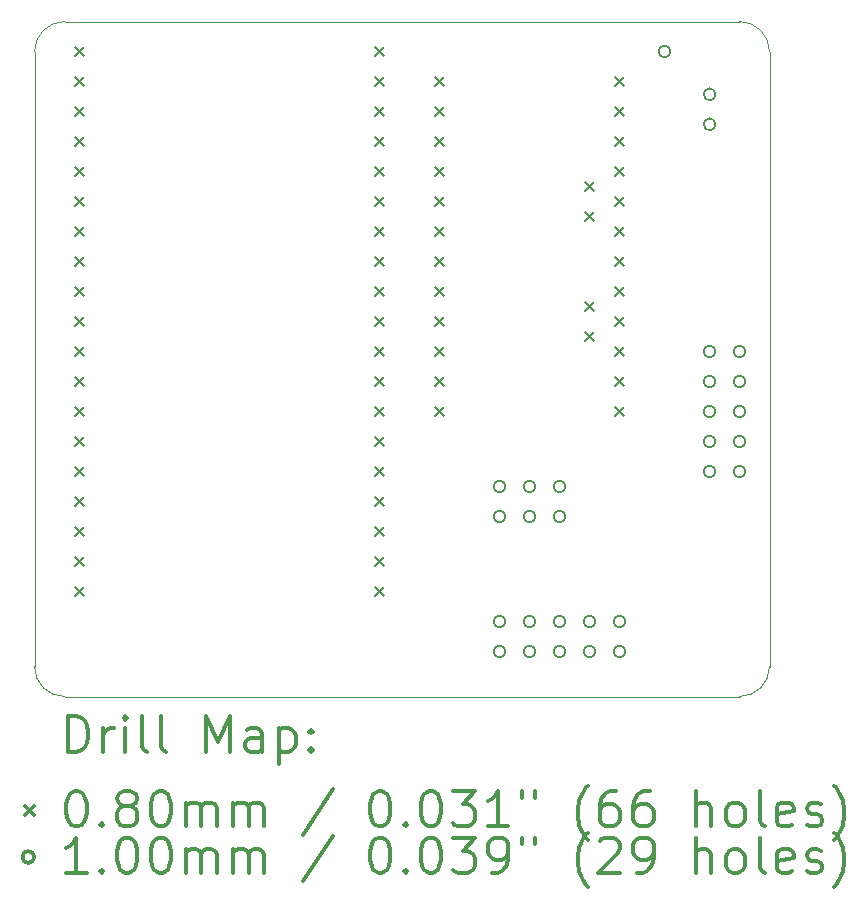
<source format=gbr>
%FSLAX45Y45*%
G04 Gerber Fmt 4.5, Leading zero omitted, Abs format (unit mm)*
G04 Created by KiCad (PCBNEW 5.1.9+dfsg1-1) date 2022-02-22 21:23:56*
%MOMM*%
%LPD*%
G01*
G04 APERTURE LIST*
%TA.AperFunction,Profile*%
%ADD10C,0.050000*%
%TD*%
%ADD11C,0.200000*%
%ADD12C,0.300000*%
G04 APERTURE END LIST*
D10*
X6096000Y-7366000D02*
X11811000Y-7366000D01*
X5842000Y-1905000D02*
X5842000Y-7112000D01*
X12065000Y-7112000D02*
G75*
G02*
X11811000Y-7366000I-254000J0D01*
G01*
X12065000Y-1905000D02*
X12065000Y-7112000D01*
X11811000Y-1651000D02*
G75*
G02*
X12065000Y-1905000I0J-254000D01*
G01*
X6096000Y-7366000D02*
G75*
G02*
X5842000Y-7112000I0J254000D01*
G01*
X5842000Y-1905000D02*
G75*
G02*
X6096000Y-1651000I254000J0D01*
G01*
X6096000Y-1651000D02*
X11811000Y-1651000D01*
D11*
X6183368Y-1865272D02*
X6263368Y-1945272D01*
X6263368Y-1865272D02*
X6183368Y-1945272D01*
X6183368Y-2119272D02*
X6263368Y-2199272D01*
X6263368Y-2119272D02*
X6183368Y-2199272D01*
X6183368Y-2373272D02*
X6263368Y-2453272D01*
X6263368Y-2373272D02*
X6183368Y-2453272D01*
X6183368Y-2627272D02*
X6263368Y-2707272D01*
X6263368Y-2627272D02*
X6183368Y-2707272D01*
X6183368Y-2881272D02*
X6263368Y-2961272D01*
X6263368Y-2881272D02*
X6183368Y-2961272D01*
X6183368Y-3135272D02*
X6263368Y-3215272D01*
X6263368Y-3135272D02*
X6183368Y-3215272D01*
X6183368Y-3389272D02*
X6263368Y-3469272D01*
X6263368Y-3389272D02*
X6183368Y-3469272D01*
X6183368Y-3643272D02*
X6263368Y-3723272D01*
X6263368Y-3643272D02*
X6183368Y-3723272D01*
X6183368Y-3897272D02*
X6263368Y-3977272D01*
X6263368Y-3897272D02*
X6183368Y-3977272D01*
X6183368Y-4151272D02*
X6263368Y-4231272D01*
X6263368Y-4151272D02*
X6183368Y-4231272D01*
X6183368Y-4405272D02*
X6263368Y-4485272D01*
X6263368Y-4405272D02*
X6183368Y-4485272D01*
X6183368Y-4659272D02*
X6263368Y-4739272D01*
X6263368Y-4659272D02*
X6183368Y-4739272D01*
X6183368Y-4913272D02*
X6263368Y-4993272D01*
X6263368Y-4913272D02*
X6183368Y-4993272D01*
X6183368Y-5167272D02*
X6263368Y-5247272D01*
X6263368Y-5167272D02*
X6183368Y-5247272D01*
X6183368Y-5421272D02*
X6263368Y-5501272D01*
X6263368Y-5421272D02*
X6183368Y-5501272D01*
X6183368Y-5675272D02*
X6263368Y-5755272D01*
X6263368Y-5675272D02*
X6183368Y-5755272D01*
X6183368Y-5929272D02*
X6263368Y-6009272D01*
X6263368Y-5929272D02*
X6183368Y-6009272D01*
X6183368Y-6183272D02*
X6263368Y-6263272D01*
X6263368Y-6183272D02*
X6183368Y-6263272D01*
X6183368Y-6437272D02*
X6263368Y-6517272D01*
X6263368Y-6437272D02*
X6183368Y-6517272D01*
X8723000Y-6183000D02*
X8803000Y-6263000D01*
X8803000Y-6183000D02*
X8723000Y-6263000D01*
X8723000Y-6437000D02*
X8803000Y-6517000D01*
X8803000Y-6437000D02*
X8723000Y-6517000D01*
X8723368Y-1865272D02*
X8803368Y-1945272D01*
X8803368Y-1865272D02*
X8723368Y-1945272D01*
X8723368Y-2119272D02*
X8803368Y-2199272D01*
X8803368Y-2119272D02*
X8723368Y-2199272D01*
X8723368Y-2373272D02*
X8803368Y-2453272D01*
X8803368Y-2373272D02*
X8723368Y-2453272D01*
X8723368Y-2627272D02*
X8803368Y-2707272D01*
X8803368Y-2627272D02*
X8723368Y-2707272D01*
X8723368Y-2881272D02*
X8803368Y-2961272D01*
X8803368Y-2881272D02*
X8723368Y-2961272D01*
X8723368Y-3135272D02*
X8803368Y-3215272D01*
X8803368Y-3135272D02*
X8723368Y-3215272D01*
X8723368Y-3389272D02*
X8803368Y-3469272D01*
X8803368Y-3389272D02*
X8723368Y-3469272D01*
X8723368Y-3643272D02*
X8803368Y-3723272D01*
X8803368Y-3643272D02*
X8723368Y-3723272D01*
X8723368Y-3897272D02*
X8803368Y-3977272D01*
X8803368Y-3897272D02*
X8723368Y-3977272D01*
X8723368Y-4151272D02*
X8803368Y-4231272D01*
X8803368Y-4151272D02*
X8723368Y-4231272D01*
X8723368Y-4405272D02*
X8803368Y-4485272D01*
X8803368Y-4405272D02*
X8723368Y-4485272D01*
X8723368Y-4659272D02*
X8803368Y-4739272D01*
X8803368Y-4659272D02*
X8723368Y-4739272D01*
X8723368Y-4913272D02*
X8803368Y-4993272D01*
X8803368Y-4913272D02*
X8723368Y-4993272D01*
X8723368Y-5167272D02*
X8803368Y-5247272D01*
X8803368Y-5167272D02*
X8723368Y-5247272D01*
X8723368Y-5421272D02*
X8803368Y-5501272D01*
X8803368Y-5421272D02*
X8723368Y-5501272D01*
X8723368Y-5675272D02*
X8803368Y-5755272D01*
X8803368Y-5675272D02*
X8723368Y-5755272D01*
X8723368Y-5929272D02*
X8803368Y-6009272D01*
X8803368Y-5929272D02*
X8723368Y-6009272D01*
X9231000Y-2119000D02*
X9311000Y-2199000D01*
X9311000Y-2119000D02*
X9231000Y-2199000D01*
X9231000Y-2373000D02*
X9311000Y-2453000D01*
X9311000Y-2373000D02*
X9231000Y-2453000D01*
X9231000Y-2627000D02*
X9311000Y-2707000D01*
X9311000Y-2627000D02*
X9231000Y-2707000D01*
X9231000Y-2881000D02*
X9311000Y-2961000D01*
X9311000Y-2881000D02*
X9231000Y-2961000D01*
X9231000Y-3135000D02*
X9311000Y-3215000D01*
X9311000Y-3135000D02*
X9231000Y-3215000D01*
X9231000Y-3389000D02*
X9311000Y-3469000D01*
X9311000Y-3389000D02*
X9231000Y-3469000D01*
X9231000Y-3643000D02*
X9311000Y-3723000D01*
X9311000Y-3643000D02*
X9231000Y-3723000D01*
X9231000Y-3897000D02*
X9311000Y-3977000D01*
X9311000Y-3897000D02*
X9231000Y-3977000D01*
X9231000Y-4151000D02*
X9311000Y-4231000D01*
X9311000Y-4151000D02*
X9231000Y-4231000D01*
X9231000Y-4405000D02*
X9311000Y-4485000D01*
X9311000Y-4405000D02*
X9231000Y-4485000D01*
X9231000Y-4659000D02*
X9311000Y-4739000D01*
X9311000Y-4659000D02*
X9231000Y-4739000D01*
X9231000Y-4913000D02*
X9311000Y-4993000D01*
X9311000Y-4913000D02*
X9231000Y-4993000D01*
X10501000Y-3008000D02*
X10581000Y-3088000D01*
X10581000Y-3008000D02*
X10501000Y-3088000D01*
X10501000Y-3262000D02*
X10581000Y-3342000D01*
X10581000Y-3262000D02*
X10501000Y-3342000D01*
X10501000Y-4024000D02*
X10581000Y-4104000D01*
X10581000Y-4024000D02*
X10501000Y-4104000D01*
X10501000Y-4278000D02*
X10581000Y-4358000D01*
X10581000Y-4278000D02*
X10501000Y-4358000D01*
X10755000Y-2119000D02*
X10835000Y-2199000D01*
X10835000Y-2119000D02*
X10755000Y-2199000D01*
X10755000Y-2373000D02*
X10835000Y-2453000D01*
X10835000Y-2373000D02*
X10755000Y-2453000D01*
X10755000Y-2627000D02*
X10835000Y-2707000D01*
X10835000Y-2627000D02*
X10755000Y-2707000D01*
X10755000Y-2881000D02*
X10835000Y-2961000D01*
X10835000Y-2881000D02*
X10755000Y-2961000D01*
X10755000Y-3135000D02*
X10835000Y-3215000D01*
X10835000Y-3135000D02*
X10755000Y-3215000D01*
X10755000Y-3389000D02*
X10835000Y-3469000D01*
X10835000Y-3389000D02*
X10755000Y-3469000D01*
X10755000Y-3643000D02*
X10835000Y-3723000D01*
X10835000Y-3643000D02*
X10755000Y-3723000D01*
X10755000Y-3897000D02*
X10835000Y-3977000D01*
X10835000Y-3897000D02*
X10755000Y-3977000D01*
X10755000Y-4151000D02*
X10835000Y-4231000D01*
X10835000Y-4151000D02*
X10755000Y-4231000D01*
X10755000Y-4405000D02*
X10835000Y-4485000D01*
X10835000Y-4405000D02*
X10755000Y-4485000D01*
X10755000Y-4659000D02*
X10835000Y-4739000D01*
X10835000Y-4659000D02*
X10755000Y-4739000D01*
X10755000Y-4913000D02*
X10835000Y-4993000D01*
X10835000Y-4913000D02*
X10755000Y-4993000D01*
X9829000Y-5588000D02*
G75*
G03*
X9829000Y-5588000I-50000J0D01*
G01*
X9829000Y-5842000D02*
G75*
G03*
X9829000Y-5842000I-50000J0D01*
G01*
X9829000Y-6731000D02*
G75*
G03*
X9829000Y-6731000I-50000J0D01*
G01*
X9829000Y-6985000D02*
G75*
G03*
X9829000Y-6985000I-50000J0D01*
G01*
X10083000Y-5588000D02*
G75*
G03*
X10083000Y-5588000I-50000J0D01*
G01*
X10083000Y-5842000D02*
G75*
G03*
X10083000Y-5842000I-50000J0D01*
G01*
X10083000Y-6731000D02*
G75*
G03*
X10083000Y-6731000I-50000J0D01*
G01*
X10083000Y-6985000D02*
G75*
G03*
X10083000Y-6985000I-50000J0D01*
G01*
X10337000Y-5588000D02*
G75*
G03*
X10337000Y-5588000I-50000J0D01*
G01*
X10337000Y-5842000D02*
G75*
G03*
X10337000Y-5842000I-50000J0D01*
G01*
X10337000Y-6731000D02*
G75*
G03*
X10337000Y-6731000I-50000J0D01*
G01*
X10337000Y-6985000D02*
G75*
G03*
X10337000Y-6985000I-50000J0D01*
G01*
X10591000Y-6731000D02*
G75*
G03*
X10591000Y-6731000I-50000J0D01*
G01*
X10591000Y-6985000D02*
G75*
G03*
X10591000Y-6985000I-50000J0D01*
G01*
X10845000Y-6731000D02*
G75*
G03*
X10845000Y-6731000I-50000J0D01*
G01*
X10845000Y-6985000D02*
G75*
G03*
X10845000Y-6985000I-50000J0D01*
G01*
X11226000Y-1905000D02*
G75*
G03*
X11226000Y-1905000I-50000J0D01*
G01*
X11607000Y-2267000D02*
G75*
G03*
X11607000Y-2267000I-50000J0D01*
G01*
X11607000Y-2521000D02*
G75*
G03*
X11607000Y-2521000I-50000J0D01*
G01*
X11607000Y-4445000D02*
G75*
G03*
X11607000Y-4445000I-50000J0D01*
G01*
X11607000Y-4699000D02*
G75*
G03*
X11607000Y-4699000I-50000J0D01*
G01*
X11607000Y-4953000D02*
G75*
G03*
X11607000Y-4953000I-50000J0D01*
G01*
X11607000Y-5207000D02*
G75*
G03*
X11607000Y-5207000I-50000J0D01*
G01*
X11607000Y-5461000D02*
G75*
G03*
X11607000Y-5461000I-50000J0D01*
G01*
X11861000Y-4445000D02*
G75*
G03*
X11861000Y-4445000I-50000J0D01*
G01*
X11861000Y-4699000D02*
G75*
G03*
X11861000Y-4699000I-50000J0D01*
G01*
X11861000Y-4953000D02*
G75*
G03*
X11861000Y-4953000I-50000J0D01*
G01*
X11861000Y-5207000D02*
G75*
G03*
X11861000Y-5207000I-50000J0D01*
G01*
X11861000Y-5461000D02*
G75*
G03*
X11861000Y-5461000I-50000J0D01*
G01*
D12*
X6125928Y-7834214D02*
X6125928Y-7534214D01*
X6197357Y-7534214D01*
X6240214Y-7548500D01*
X6268786Y-7577071D01*
X6283071Y-7605643D01*
X6297357Y-7662786D01*
X6297357Y-7705643D01*
X6283071Y-7762786D01*
X6268786Y-7791357D01*
X6240214Y-7819929D01*
X6197357Y-7834214D01*
X6125928Y-7834214D01*
X6425928Y-7834214D02*
X6425928Y-7634214D01*
X6425928Y-7691357D02*
X6440214Y-7662786D01*
X6454500Y-7648500D01*
X6483071Y-7634214D01*
X6511643Y-7634214D01*
X6611643Y-7834214D02*
X6611643Y-7634214D01*
X6611643Y-7534214D02*
X6597357Y-7548500D01*
X6611643Y-7562786D01*
X6625928Y-7548500D01*
X6611643Y-7534214D01*
X6611643Y-7562786D01*
X6797357Y-7834214D02*
X6768786Y-7819929D01*
X6754500Y-7791357D01*
X6754500Y-7534214D01*
X6954500Y-7834214D02*
X6925928Y-7819929D01*
X6911643Y-7791357D01*
X6911643Y-7534214D01*
X7297357Y-7834214D02*
X7297357Y-7534214D01*
X7397357Y-7748500D01*
X7497357Y-7534214D01*
X7497357Y-7834214D01*
X7768786Y-7834214D02*
X7768786Y-7677071D01*
X7754500Y-7648500D01*
X7725928Y-7634214D01*
X7668786Y-7634214D01*
X7640214Y-7648500D01*
X7768786Y-7819929D02*
X7740214Y-7834214D01*
X7668786Y-7834214D01*
X7640214Y-7819929D01*
X7625928Y-7791357D01*
X7625928Y-7762786D01*
X7640214Y-7734214D01*
X7668786Y-7719929D01*
X7740214Y-7719929D01*
X7768786Y-7705643D01*
X7911643Y-7634214D02*
X7911643Y-7934214D01*
X7911643Y-7648500D02*
X7940214Y-7634214D01*
X7997357Y-7634214D01*
X8025928Y-7648500D01*
X8040214Y-7662786D01*
X8054500Y-7691357D01*
X8054500Y-7777071D01*
X8040214Y-7805643D01*
X8025928Y-7819929D01*
X7997357Y-7834214D01*
X7940214Y-7834214D01*
X7911643Y-7819929D01*
X8183071Y-7805643D02*
X8197357Y-7819929D01*
X8183071Y-7834214D01*
X8168786Y-7819929D01*
X8183071Y-7805643D01*
X8183071Y-7834214D01*
X8183071Y-7648500D02*
X8197357Y-7662786D01*
X8183071Y-7677071D01*
X8168786Y-7662786D01*
X8183071Y-7648500D01*
X8183071Y-7677071D01*
X5759500Y-8288500D02*
X5839500Y-8368500D01*
X5839500Y-8288500D02*
X5759500Y-8368500D01*
X6183071Y-8164214D02*
X6211643Y-8164214D01*
X6240214Y-8178500D01*
X6254500Y-8192786D01*
X6268786Y-8221357D01*
X6283071Y-8278500D01*
X6283071Y-8349929D01*
X6268786Y-8407072D01*
X6254500Y-8435643D01*
X6240214Y-8449929D01*
X6211643Y-8464214D01*
X6183071Y-8464214D01*
X6154500Y-8449929D01*
X6140214Y-8435643D01*
X6125928Y-8407072D01*
X6111643Y-8349929D01*
X6111643Y-8278500D01*
X6125928Y-8221357D01*
X6140214Y-8192786D01*
X6154500Y-8178500D01*
X6183071Y-8164214D01*
X6411643Y-8435643D02*
X6425928Y-8449929D01*
X6411643Y-8464214D01*
X6397357Y-8449929D01*
X6411643Y-8435643D01*
X6411643Y-8464214D01*
X6597357Y-8292786D02*
X6568786Y-8278500D01*
X6554500Y-8264214D01*
X6540214Y-8235643D01*
X6540214Y-8221357D01*
X6554500Y-8192786D01*
X6568786Y-8178500D01*
X6597357Y-8164214D01*
X6654500Y-8164214D01*
X6683071Y-8178500D01*
X6697357Y-8192786D01*
X6711643Y-8221357D01*
X6711643Y-8235643D01*
X6697357Y-8264214D01*
X6683071Y-8278500D01*
X6654500Y-8292786D01*
X6597357Y-8292786D01*
X6568786Y-8307071D01*
X6554500Y-8321357D01*
X6540214Y-8349929D01*
X6540214Y-8407072D01*
X6554500Y-8435643D01*
X6568786Y-8449929D01*
X6597357Y-8464214D01*
X6654500Y-8464214D01*
X6683071Y-8449929D01*
X6697357Y-8435643D01*
X6711643Y-8407072D01*
X6711643Y-8349929D01*
X6697357Y-8321357D01*
X6683071Y-8307071D01*
X6654500Y-8292786D01*
X6897357Y-8164214D02*
X6925928Y-8164214D01*
X6954500Y-8178500D01*
X6968786Y-8192786D01*
X6983071Y-8221357D01*
X6997357Y-8278500D01*
X6997357Y-8349929D01*
X6983071Y-8407072D01*
X6968786Y-8435643D01*
X6954500Y-8449929D01*
X6925928Y-8464214D01*
X6897357Y-8464214D01*
X6868786Y-8449929D01*
X6854500Y-8435643D01*
X6840214Y-8407072D01*
X6825928Y-8349929D01*
X6825928Y-8278500D01*
X6840214Y-8221357D01*
X6854500Y-8192786D01*
X6868786Y-8178500D01*
X6897357Y-8164214D01*
X7125928Y-8464214D02*
X7125928Y-8264214D01*
X7125928Y-8292786D02*
X7140214Y-8278500D01*
X7168786Y-8264214D01*
X7211643Y-8264214D01*
X7240214Y-8278500D01*
X7254500Y-8307071D01*
X7254500Y-8464214D01*
X7254500Y-8307071D02*
X7268786Y-8278500D01*
X7297357Y-8264214D01*
X7340214Y-8264214D01*
X7368786Y-8278500D01*
X7383071Y-8307071D01*
X7383071Y-8464214D01*
X7525928Y-8464214D02*
X7525928Y-8264214D01*
X7525928Y-8292786D02*
X7540214Y-8278500D01*
X7568786Y-8264214D01*
X7611643Y-8264214D01*
X7640214Y-8278500D01*
X7654500Y-8307071D01*
X7654500Y-8464214D01*
X7654500Y-8307071D02*
X7668786Y-8278500D01*
X7697357Y-8264214D01*
X7740214Y-8264214D01*
X7768786Y-8278500D01*
X7783071Y-8307071D01*
X7783071Y-8464214D01*
X8368786Y-8149929D02*
X8111643Y-8535643D01*
X8754500Y-8164214D02*
X8783071Y-8164214D01*
X8811643Y-8178500D01*
X8825928Y-8192786D01*
X8840214Y-8221357D01*
X8854500Y-8278500D01*
X8854500Y-8349929D01*
X8840214Y-8407072D01*
X8825928Y-8435643D01*
X8811643Y-8449929D01*
X8783071Y-8464214D01*
X8754500Y-8464214D01*
X8725928Y-8449929D01*
X8711643Y-8435643D01*
X8697357Y-8407072D01*
X8683071Y-8349929D01*
X8683071Y-8278500D01*
X8697357Y-8221357D01*
X8711643Y-8192786D01*
X8725928Y-8178500D01*
X8754500Y-8164214D01*
X8983071Y-8435643D02*
X8997357Y-8449929D01*
X8983071Y-8464214D01*
X8968786Y-8449929D01*
X8983071Y-8435643D01*
X8983071Y-8464214D01*
X9183071Y-8164214D02*
X9211643Y-8164214D01*
X9240214Y-8178500D01*
X9254500Y-8192786D01*
X9268786Y-8221357D01*
X9283071Y-8278500D01*
X9283071Y-8349929D01*
X9268786Y-8407072D01*
X9254500Y-8435643D01*
X9240214Y-8449929D01*
X9211643Y-8464214D01*
X9183071Y-8464214D01*
X9154500Y-8449929D01*
X9140214Y-8435643D01*
X9125928Y-8407072D01*
X9111643Y-8349929D01*
X9111643Y-8278500D01*
X9125928Y-8221357D01*
X9140214Y-8192786D01*
X9154500Y-8178500D01*
X9183071Y-8164214D01*
X9383071Y-8164214D02*
X9568786Y-8164214D01*
X9468786Y-8278500D01*
X9511643Y-8278500D01*
X9540214Y-8292786D01*
X9554500Y-8307071D01*
X9568786Y-8335643D01*
X9568786Y-8407072D01*
X9554500Y-8435643D01*
X9540214Y-8449929D01*
X9511643Y-8464214D01*
X9425928Y-8464214D01*
X9397357Y-8449929D01*
X9383071Y-8435643D01*
X9854500Y-8464214D02*
X9683071Y-8464214D01*
X9768786Y-8464214D02*
X9768786Y-8164214D01*
X9740214Y-8207071D01*
X9711643Y-8235643D01*
X9683071Y-8249929D01*
X9968786Y-8164214D02*
X9968786Y-8221357D01*
X10083071Y-8164214D02*
X10083071Y-8221357D01*
X10525928Y-8578500D02*
X10511643Y-8564214D01*
X10483071Y-8521357D01*
X10468786Y-8492786D01*
X10454500Y-8449929D01*
X10440214Y-8378500D01*
X10440214Y-8321357D01*
X10454500Y-8249929D01*
X10468786Y-8207071D01*
X10483071Y-8178500D01*
X10511643Y-8135643D01*
X10525928Y-8121357D01*
X10768786Y-8164214D02*
X10711643Y-8164214D01*
X10683071Y-8178500D01*
X10668786Y-8192786D01*
X10640214Y-8235643D01*
X10625928Y-8292786D01*
X10625928Y-8407072D01*
X10640214Y-8435643D01*
X10654500Y-8449929D01*
X10683071Y-8464214D01*
X10740214Y-8464214D01*
X10768786Y-8449929D01*
X10783071Y-8435643D01*
X10797357Y-8407072D01*
X10797357Y-8335643D01*
X10783071Y-8307071D01*
X10768786Y-8292786D01*
X10740214Y-8278500D01*
X10683071Y-8278500D01*
X10654500Y-8292786D01*
X10640214Y-8307071D01*
X10625928Y-8335643D01*
X11054500Y-8164214D02*
X10997357Y-8164214D01*
X10968786Y-8178500D01*
X10954500Y-8192786D01*
X10925928Y-8235643D01*
X10911643Y-8292786D01*
X10911643Y-8407072D01*
X10925928Y-8435643D01*
X10940214Y-8449929D01*
X10968786Y-8464214D01*
X11025928Y-8464214D01*
X11054500Y-8449929D01*
X11068786Y-8435643D01*
X11083071Y-8407072D01*
X11083071Y-8335643D01*
X11068786Y-8307071D01*
X11054500Y-8292786D01*
X11025928Y-8278500D01*
X10968786Y-8278500D01*
X10940214Y-8292786D01*
X10925928Y-8307071D01*
X10911643Y-8335643D01*
X11440214Y-8464214D02*
X11440214Y-8164214D01*
X11568786Y-8464214D02*
X11568786Y-8307071D01*
X11554500Y-8278500D01*
X11525928Y-8264214D01*
X11483071Y-8264214D01*
X11454500Y-8278500D01*
X11440214Y-8292786D01*
X11754500Y-8464214D02*
X11725928Y-8449929D01*
X11711643Y-8435643D01*
X11697357Y-8407072D01*
X11697357Y-8321357D01*
X11711643Y-8292786D01*
X11725928Y-8278500D01*
X11754500Y-8264214D01*
X11797357Y-8264214D01*
X11825928Y-8278500D01*
X11840214Y-8292786D01*
X11854500Y-8321357D01*
X11854500Y-8407072D01*
X11840214Y-8435643D01*
X11825928Y-8449929D01*
X11797357Y-8464214D01*
X11754500Y-8464214D01*
X12025928Y-8464214D02*
X11997357Y-8449929D01*
X11983071Y-8421357D01*
X11983071Y-8164214D01*
X12254500Y-8449929D02*
X12225928Y-8464214D01*
X12168786Y-8464214D01*
X12140214Y-8449929D01*
X12125928Y-8421357D01*
X12125928Y-8307071D01*
X12140214Y-8278500D01*
X12168786Y-8264214D01*
X12225928Y-8264214D01*
X12254500Y-8278500D01*
X12268786Y-8307071D01*
X12268786Y-8335643D01*
X12125928Y-8364214D01*
X12383071Y-8449929D02*
X12411643Y-8464214D01*
X12468786Y-8464214D01*
X12497357Y-8449929D01*
X12511643Y-8421357D01*
X12511643Y-8407072D01*
X12497357Y-8378500D01*
X12468786Y-8364214D01*
X12425928Y-8364214D01*
X12397357Y-8349929D01*
X12383071Y-8321357D01*
X12383071Y-8307071D01*
X12397357Y-8278500D01*
X12425928Y-8264214D01*
X12468786Y-8264214D01*
X12497357Y-8278500D01*
X12611643Y-8578500D02*
X12625928Y-8564214D01*
X12654500Y-8521357D01*
X12668786Y-8492786D01*
X12683071Y-8449929D01*
X12697357Y-8378500D01*
X12697357Y-8321357D01*
X12683071Y-8249929D01*
X12668786Y-8207071D01*
X12654500Y-8178500D01*
X12625928Y-8135643D01*
X12611643Y-8121357D01*
X5839500Y-8724500D02*
G75*
G03*
X5839500Y-8724500I-50000J0D01*
G01*
X6283071Y-8860214D02*
X6111643Y-8860214D01*
X6197357Y-8860214D02*
X6197357Y-8560214D01*
X6168786Y-8603072D01*
X6140214Y-8631643D01*
X6111643Y-8645929D01*
X6411643Y-8831643D02*
X6425928Y-8845929D01*
X6411643Y-8860214D01*
X6397357Y-8845929D01*
X6411643Y-8831643D01*
X6411643Y-8860214D01*
X6611643Y-8560214D02*
X6640214Y-8560214D01*
X6668786Y-8574500D01*
X6683071Y-8588786D01*
X6697357Y-8617357D01*
X6711643Y-8674500D01*
X6711643Y-8745929D01*
X6697357Y-8803072D01*
X6683071Y-8831643D01*
X6668786Y-8845929D01*
X6640214Y-8860214D01*
X6611643Y-8860214D01*
X6583071Y-8845929D01*
X6568786Y-8831643D01*
X6554500Y-8803072D01*
X6540214Y-8745929D01*
X6540214Y-8674500D01*
X6554500Y-8617357D01*
X6568786Y-8588786D01*
X6583071Y-8574500D01*
X6611643Y-8560214D01*
X6897357Y-8560214D02*
X6925928Y-8560214D01*
X6954500Y-8574500D01*
X6968786Y-8588786D01*
X6983071Y-8617357D01*
X6997357Y-8674500D01*
X6997357Y-8745929D01*
X6983071Y-8803072D01*
X6968786Y-8831643D01*
X6954500Y-8845929D01*
X6925928Y-8860214D01*
X6897357Y-8860214D01*
X6868786Y-8845929D01*
X6854500Y-8831643D01*
X6840214Y-8803072D01*
X6825928Y-8745929D01*
X6825928Y-8674500D01*
X6840214Y-8617357D01*
X6854500Y-8588786D01*
X6868786Y-8574500D01*
X6897357Y-8560214D01*
X7125928Y-8860214D02*
X7125928Y-8660214D01*
X7125928Y-8688786D02*
X7140214Y-8674500D01*
X7168786Y-8660214D01*
X7211643Y-8660214D01*
X7240214Y-8674500D01*
X7254500Y-8703072D01*
X7254500Y-8860214D01*
X7254500Y-8703072D02*
X7268786Y-8674500D01*
X7297357Y-8660214D01*
X7340214Y-8660214D01*
X7368786Y-8674500D01*
X7383071Y-8703072D01*
X7383071Y-8860214D01*
X7525928Y-8860214D02*
X7525928Y-8660214D01*
X7525928Y-8688786D02*
X7540214Y-8674500D01*
X7568786Y-8660214D01*
X7611643Y-8660214D01*
X7640214Y-8674500D01*
X7654500Y-8703072D01*
X7654500Y-8860214D01*
X7654500Y-8703072D02*
X7668786Y-8674500D01*
X7697357Y-8660214D01*
X7740214Y-8660214D01*
X7768786Y-8674500D01*
X7783071Y-8703072D01*
X7783071Y-8860214D01*
X8368786Y-8545929D02*
X8111643Y-8931643D01*
X8754500Y-8560214D02*
X8783071Y-8560214D01*
X8811643Y-8574500D01*
X8825928Y-8588786D01*
X8840214Y-8617357D01*
X8854500Y-8674500D01*
X8854500Y-8745929D01*
X8840214Y-8803072D01*
X8825928Y-8831643D01*
X8811643Y-8845929D01*
X8783071Y-8860214D01*
X8754500Y-8860214D01*
X8725928Y-8845929D01*
X8711643Y-8831643D01*
X8697357Y-8803072D01*
X8683071Y-8745929D01*
X8683071Y-8674500D01*
X8697357Y-8617357D01*
X8711643Y-8588786D01*
X8725928Y-8574500D01*
X8754500Y-8560214D01*
X8983071Y-8831643D02*
X8997357Y-8845929D01*
X8983071Y-8860214D01*
X8968786Y-8845929D01*
X8983071Y-8831643D01*
X8983071Y-8860214D01*
X9183071Y-8560214D02*
X9211643Y-8560214D01*
X9240214Y-8574500D01*
X9254500Y-8588786D01*
X9268786Y-8617357D01*
X9283071Y-8674500D01*
X9283071Y-8745929D01*
X9268786Y-8803072D01*
X9254500Y-8831643D01*
X9240214Y-8845929D01*
X9211643Y-8860214D01*
X9183071Y-8860214D01*
X9154500Y-8845929D01*
X9140214Y-8831643D01*
X9125928Y-8803072D01*
X9111643Y-8745929D01*
X9111643Y-8674500D01*
X9125928Y-8617357D01*
X9140214Y-8588786D01*
X9154500Y-8574500D01*
X9183071Y-8560214D01*
X9383071Y-8560214D02*
X9568786Y-8560214D01*
X9468786Y-8674500D01*
X9511643Y-8674500D01*
X9540214Y-8688786D01*
X9554500Y-8703072D01*
X9568786Y-8731643D01*
X9568786Y-8803072D01*
X9554500Y-8831643D01*
X9540214Y-8845929D01*
X9511643Y-8860214D01*
X9425928Y-8860214D01*
X9397357Y-8845929D01*
X9383071Y-8831643D01*
X9711643Y-8860214D02*
X9768786Y-8860214D01*
X9797357Y-8845929D01*
X9811643Y-8831643D01*
X9840214Y-8788786D01*
X9854500Y-8731643D01*
X9854500Y-8617357D01*
X9840214Y-8588786D01*
X9825928Y-8574500D01*
X9797357Y-8560214D01*
X9740214Y-8560214D01*
X9711643Y-8574500D01*
X9697357Y-8588786D01*
X9683071Y-8617357D01*
X9683071Y-8688786D01*
X9697357Y-8717357D01*
X9711643Y-8731643D01*
X9740214Y-8745929D01*
X9797357Y-8745929D01*
X9825928Y-8731643D01*
X9840214Y-8717357D01*
X9854500Y-8688786D01*
X9968786Y-8560214D02*
X9968786Y-8617357D01*
X10083071Y-8560214D02*
X10083071Y-8617357D01*
X10525928Y-8974500D02*
X10511643Y-8960214D01*
X10483071Y-8917357D01*
X10468786Y-8888786D01*
X10454500Y-8845929D01*
X10440214Y-8774500D01*
X10440214Y-8717357D01*
X10454500Y-8645929D01*
X10468786Y-8603072D01*
X10483071Y-8574500D01*
X10511643Y-8531643D01*
X10525928Y-8517357D01*
X10625928Y-8588786D02*
X10640214Y-8574500D01*
X10668786Y-8560214D01*
X10740214Y-8560214D01*
X10768786Y-8574500D01*
X10783071Y-8588786D01*
X10797357Y-8617357D01*
X10797357Y-8645929D01*
X10783071Y-8688786D01*
X10611643Y-8860214D01*
X10797357Y-8860214D01*
X10940214Y-8860214D02*
X10997357Y-8860214D01*
X11025928Y-8845929D01*
X11040214Y-8831643D01*
X11068786Y-8788786D01*
X11083071Y-8731643D01*
X11083071Y-8617357D01*
X11068786Y-8588786D01*
X11054500Y-8574500D01*
X11025928Y-8560214D01*
X10968786Y-8560214D01*
X10940214Y-8574500D01*
X10925928Y-8588786D01*
X10911643Y-8617357D01*
X10911643Y-8688786D01*
X10925928Y-8717357D01*
X10940214Y-8731643D01*
X10968786Y-8745929D01*
X11025928Y-8745929D01*
X11054500Y-8731643D01*
X11068786Y-8717357D01*
X11083071Y-8688786D01*
X11440214Y-8860214D02*
X11440214Y-8560214D01*
X11568786Y-8860214D02*
X11568786Y-8703072D01*
X11554500Y-8674500D01*
X11525928Y-8660214D01*
X11483071Y-8660214D01*
X11454500Y-8674500D01*
X11440214Y-8688786D01*
X11754500Y-8860214D02*
X11725928Y-8845929D01*
X11711643Y-8831643D01*
X11697357Y-8803072D01*
X11697357Y-8717357D01*
X11711643Y-8688786D01*
X11725928Y-8674500D01*
X11754500Y-8660214D01*
X11797357Y-8660214D01*
X11825928Y-8674500D01*
X11840214Y-8688786D01*
X11854500Y-8717357D01*
X11854500Y-8803072D01*
X11840214Y-8831643D01*
X11825928Y-8845929D01*
X11797357Y-8860214D01*
X11754500Y-8860214D01*
X12025928Y-8860214D02*
X11997357Y-8845929D01*
X11983071Y-8817357D01*
X11983071Y-8560214D01*
X12254500Y-8845929D02*
X12225928Y-8860214D01*
X12168786Y-8860214D01*
X12140214Y-8845929D01*
X12125928Y-8817357D01*
X12125928Y-8703072D01*
X12140214Y-8674500D01*
X12168786Y-8660214D01*
X12225928Y-8660214D01*
X12254500Y-8674500D01*
X12268786Y-8703072D01*
X12268786Y-8731643D01*
X12125928Y-8760214D01*
X12383071Y-8845929D02*
X12411643Y-8860214D01*
X12468786Y-8860214D01*
X12497357Y-8845929D01*
X12511643Y-8817357D01*
X12511643Y-8803072D01*
X12497357Y-8774500D01*
X12468786Y-8760214D01*
X12425928Y-8760214D01*
X12397357Y-8745929D01*
X12383071Y-8717357D01*
X12383071Y-8703072D01*
X12397357Y-8674500D01*
X12425928Y-8660214D01*
X12468786Y-8660214D01*
X12497357Y-8674500D01*
X12611643Y-8974500D02*
X12625928Y-8960214D01*
X12654500Y-8917357D01*
X12668786Y-8888786D01*
X12683071Y-8845929D01*
X12697357Y-8774500D01*
X12697357Y-8717357D01*
X12683071Y-8645929D01*
X12668786Y-8603072D01*
X12654500Y-8574500D01*
X12625928Y-8531643D01*
X12611643Y-8517357D01*
M02*

</source>
